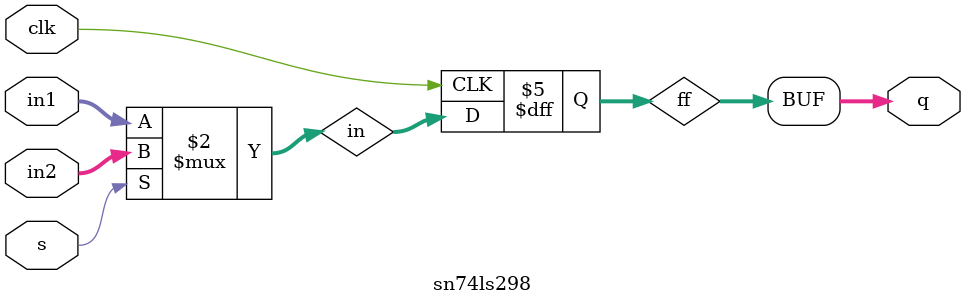
<source format=v>
module sn74ls298(q, in1, in2, s, clk);
input [3:0] in1, in2;
input s, clk;
output [3:0] q;
wire [3:0] in;
reg [3:0] ff;

parameter
	// TI TTL data book Vol 1, 1985
	tPLH_min=0, tPLH_typ=18, tPLH_max=27,
	tPHL_min=0, tPHL_typ=21, tPHL_max=32;

assign in = s==0 ? in1 : in2;

always @(negedge clk)
begin
	if (clk==0)
		ff <= in;
end

assign #(tPLH_min:tPLH_typ:tPLH_max, tPHL_min:tPHL_typ:tPHL_max)
	q = ff;

endmodule

</source>
